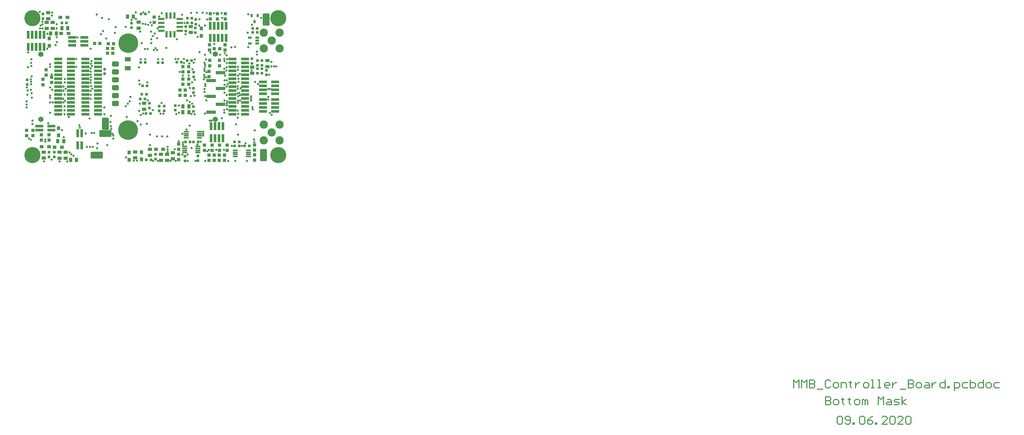
<source format=gbs>
G04*
G04 #@! TF.GenerationSoftware,Altium Limited,Altium Designer,20.1.11 (218)*
G04*
G04 Layer_Color=8150272*
%FSLAX25Y25*%
%MOIN*%
G70*
G04*
G04 #@! TF.SameCoordinates,26502B99-587C-4767-892E-7210AEBADD4C*
G04*
G04*
G04 #@! TF.FilePolarity,Negative*
G04*
G01*
G75*
%ADD17C,0.01200*%
G04:AMPARAMS|DCode=51|XSize=35.5mil|YSize=35.5mil|CornerRadius=6.72mil|HoleSize=0mil|Usage=FLASHONLY|Rotation=0.000|XOffset=0mil|YOffset=0mil|HoleType=Round|Shape=RoundedRectangle|*
%AMROUNDEDRECTD51*
21,1,0.03550,0.02205,0,0,0.0*
21,1,0.02205,0.03550,0,0,0.0*
1,1,0.01345,0.01102,-0.01102*
1,1,0.01345,-0.01102,-0.01102*
1,1,0.01345,-0.01102,0.01102*
1,1,0.01345,0.01102,0.01102*
%
%ADD51ROUNDEDRECTD51*%
G04:AMPARAMS|DCode=52|XSize=35.5mil|YSize=35.5mil|CornerRadius=6.72mil|HoleSize=0mil|Usage=FLASHONLY|Rotation=270.000|XOffset=0mil|YOffset=0mil|HoleType=Round|Shape=RoundedRectangle|*
%AMROUNDEDRECTD52*
21,1,0.03550,0.02205,0,0,270.0*
21,1,0.02205,0.03550,0,0,270.0*
1,1,0.01345,-0.01102,-0.01102*
1,1,0.01345,-0.01102,0.01102*
1,1,0.01345,0.01102,0.01102*
1,1,0.01345,0.01102,-0.01102*
%
%ADD52ROUNDEDRECTD52*%
%ADD59R,0.03943X0.04337*%
G04:AMPARAMS|DCode=64|XSize=55.18mil|YSize=39.43mil|CornerRadius=5.54mil|HoleSize=0mil|Usage=FLASHONLY|Rotation=0.000|XOffset=0mil|YOffset=0mil|HoleType=Round|Shape=RoundedRectangle|*
%AMROUNDEDRECTD64*
21,1,0.05518,0.02835,0,0,0.0*
21,1,0.04409,0.03943,0,0,0.0*
1,1,0.01109,0.02205,-0.01417*
1,1,0.01109,-0.02205,-0.01417*
1,1,0.01109,-0.02205,0.01417*
1,1,0.01109,0.02205,0.01417*
%
%ADD64ROUNDEDRECTD64*%
G04:AMPARAMS|DCode=65|XSize=55.18mil|YSize=39.43mil|CornerRadius=5.54mil|HoleSize=0mil|Usage=FLASHONLY|Rotation=270.000|XOffset=0mil|YOffset=0mil|HoleType=Round|Shape=RoundedRectangle|*
%AMROUNDEDRECTD65*
21,1,0.05518,0.02835,0,0,270.0*
21,1,0.04409,0.03943,0,0,270.0*
1,1,0.01109,-0.01417,-0.02205*
1,1,0.01109,-0.01417,0.02205*
1,1,0.01109,0.01417,0.02205*
1,1,0.01109,0.01417,-0.02205*
%
%ADD65ROUNDEDRECTD65*%
%ADD66R,0.03156X0.03943*%
%ADD67R,0.04928X0.04337*%
%ADD68R,0.04337X0.04928*%
%ADD69R,0.04337X0.03943*%
%ADD70R,0.07487X0.05518*%
%ADD74R,0.04731X0.02959*%
%ADD75C,0.10400*%
%ADD76C,0.06700*%
%ADD77C,0.20400*%
%ADD78C,0.24810*%
G04:AMPARAMS|DCode=79|XSize=89mil|YSize=64mil|CornerRadius=17mil|HoleSize=0mil|Usage=FLASHONLY|Rotation=180.000|XOffset=0mil|YOffset=0mil|HoleType=Round|Shape=RoundedRectangle|*
%AMROUNDEDRECTD79*
21,1,0.08900,0.03000,0,0,180.0*
21,1,0.05500,0.06400,0,0,180.0*
1,1,0.03400,-0.02750,0.01500*
1,1,0.03400,0.02750,0.01500*
1,1,0.03400,0.02750,-0.01500*
1,1,0.03400,-0.02750,-0.01500*
%
%ADD79ROUNDEDRECTD79*%
%ADD80C,0.02800*%
%ADD137R,0.09849X0.03353*%
%ADD138O,0.06699X0.01975*%
G04:AMPARAMS|DCode=139|XSize=154mil|YSize=84mil|CornerRadius=6mil|HoleSize=0mil|Usage=FLASHONLY|Rotation=90.000|XOffset=0mil|YOffset=0mil|HoleType=Round|Shape=RoundedRectangle|*
%AMROUNDEDRECTD139*
21,1,0.15400,0.07200,0,0,90.0*
21,1,0.14200,0.08400,0,0,90.0*
1,1,0.01200,0.03600,0.07100*
1,1,0.01200,0.03600,-0.07100*
1,1,0.01200,-0.03600,-0.07100*
1,1,0.01200,-0.03600,0.07100*
%
%ADD139ROUNDEDRECTD139*%
G04:AMPARAMS|DCode=140|XSize=82.74mil|YSize=27.62mil|CornerRadius=7.91mil|HoleSize=0mil|Usage=FLASHONLY|Rotation=0.000|XOffset=0mil|YOffset=0mil|HoleType=Round|Shape=RoundedRectangle|*
%AMROUNDEDRECTD140*
21,1,0.08274,0.01181,0,0,0.0*
21,1,0.06693,0.02762,0,0,0.0*
1,1,0.01581,0.03347,-0.00591*
1,1,0.01581,-0.03347,-0.00591*
1,1,0.01581,-0.03347,0.00591*
1,1,0.01581,0.03347,0.00591*
%
%ADD140ROUNDEDRECTD140*%
G04:AMPARAMS|DCode=141|XSize=82.74mil|YSize=27.62mil|CornerRadius=7.91mil|HoleSize=0mil|Usage=FLASHONLY|Rotation=270.000|XOffset=0mil|YOffset=0mil|HoleType=Round|Shape=RoundedRectangle|*
%AMROUNDEDRECTD141*
21,1,0.08274,0.01181,0,0,270.0*
21,1,0.06693,0.02762,0,0,270.0*
1,1,0.01581,-0.00591,-0.03347*
1,1,0.01581,-0.00591,0.03347*
1,1,0.01581,0.00591,0.03347*
1,1,0.01581,0.00591,-0.03347*
%
%ADD141ROUNDEDRECTD141*%
%ADD142R,0.03353X0.09849*%
%ADD143R,0.12211X0.04337*%
%ADD144R,0.10400X0.03300*%
G04:AMPARAMS|DCode=145|XSize=154mil|YSize=84mil|CornerRadius=6mil|HoleSize=0mil|Usage=FLASHONLY|Rotation=0.000|XOffset=0mil|YOffset=0mil|HoleType=Round|Shape=RoundedRectangle|*
%AMROUNDEDRECTD145*
21,1,0.15400,0.07200,0,0,0.0*
21,1,0.14200,0.08400,0,0,0.0*
1,1,0.01200,0.07100,-0.03600*
1,1,0.01200,-0.07100,-0.03600*
1,1,0.01200,-0.07100,0.03600*
1,1,0.01200,0.07100,0.03600*
%
%ADD145ROUNDEDRECTD145*%
D17*
X1015016Y-294278D02*
Y-304275D01*
X1020014D01*
X1021680Y-302609D01*
Y-300943D01*
X1020014Y-299276D01*
X1015016D01*
X1020014D01*
X1021680Y-297610D01*
Y-295944D01*
X1020014Y-294278D01*
X1015016D01*
X1026679Y-304275D02*
X1030011D01*
X1031677Y-302609D01*
Y-299276D01*
X1030011Y-297610D01*
X1026679D01*
X1025012Y-299276D01*
Y-302609D01*
X1026679Y-304275D01*
X1036675Y-295944D02*
Y-297610D01*
X1035009D01*
X1038342D01*
X1036675D01*
Y-302609D01*
X1038342Y-304275D01*
X1045006Y-295944D02*
Y-297610D01*
X1043340D01*
X1046672D01*
X1045006D01*
Y-302609D01*
X1046672Y-304275D01*
X1053337D02*
X1056669D01*
X1058335Y-302609D01*
Y-299276D01*
X1056669Y-297610D01*
X1053337D01*
X1051671Y-299276D01*
Y-302609D01*
X1053337Y-304275D01*
X1061667D02*
Y-297610D01*
X1063334D01*
X1065000Y-299276D01*
Y-304275D01*
Y-299276D01*
X1066666Y-297610D01*
X1068332Y-299276D01*
Y-304275D01*
X1081661D02*
Y-294278D01*
X1084993Y-297610D01*
X1088325Y-294278D01*
Y-304275D01*
X1093324Y-297610D02*
X1096656D01*
X1098322Y-299276D01*
Y-304275D01*
X1093324D01*
X1091658Y-302609D01*
X1093324Y-300943D01*
X1098322D01*
X1101654Y-304275D02*
X1106653D01*
X1108319Y-302609D01*
X1106653Y-300943D01*
X1103321D01*
X1101654Y-299276D01*
X1103321Y-297610D01*
X1108319D01*
X1111651Y-304275D02*
Y-294278D01*
Y-300943D02*
X1116650Y-297610D01*
X1111651Y-300943D02*
X1116650Y-304275D01*
X1029716Y-320444D02*
X1031382Y-318778D01*
X1034714D01*
X1036380Y-320444D01*
Y-327109D01*
X1034714Y-328775D01*
X1031382D01*
X1029716Y-327109D01*
Y-320444D01*
X1039713Y-327109D02*
X1041379Y-328775D01*
X1044711D01*
X1046377Y-327109D01*
Y-320444D01*
X1044711Y-318778D01*
X1041379D01*
X1039713Y-320444D01*
Y-322110D01*
X1041379Y-323776D01*
X1046377D01*
X1049709Y-328775D02*
Y-327109D01*
X1051375D01*
Y-328775D01*
X1049709D01*
X1058040Y-320444D02*
X1059706Y-318778D01*
X1063038D01*
X1064704Y-320444D01*
Y-327109D01*
X1063038Y-328775D01*
X1059706D01*
X1058040Y-327109D01*
Y-320444D01*
X1074701Y-318778D02*
X1071369Y-320444D01*
X1068037Y-323776D01*
Y-327109D01*
X1069703Y-328775D01*
X1073035D01*
X1074701Y-327109D01*
Y-325443D01*
X1073035Y-323776D01*
X1068037D01*
X1078034Y-328775D02*
Y-327109D01*
X1079700D01*
Y-328775D01*
X1078034D01*
X1093029D02*
X1086364D01*
X1093029Y-322110D01*
Y-320444D01*
X1091362Y-318778D01*
X1088030D01*
X1086364Y-320444D01*
X1096361D02*
X1098027Y-318778D01*
X1101359D01*
X1103025Y-320444D01*
Y-327109D01*
X1101359Y-328775D01*
X1098027D01*
X1096361Y-327109D01*
Y-320444D01*
X1113022Y-328775D02*
X1106358D01*
X1113022Y-322110D01*
Y-320444D01*
X1111356Y-318778D01*
X1108024D01*
X1106358Y-320444D01*
X1116354D02*
X1118021Y-318778D01*
X1121353D01*
X1123019Y-320444D01*
Y-327109D01*
X1121353Y-328775D01*
X1118021D01*
X1116354Y-327109D01*
Y-320444D01*
X974816Y-282875D02*
Y-272878D01*
X978148Y-276210D01*
X981480Y-272878D01*
Y-282875D01*
X984813D02*
Y-272878D01*
X988145Y-276210D01*
X991477Y-272878D01*
Y-282875D01*
X994809Y-272878D02*
Y-282875D01*
X999808D01*
X1001474Y-281209D01*
Y-279542D01*
X999808Y-277876D01*
X994809D01*
X999808D01*
X1001474Y-276210D01*
Y-274544D01*
X999808Y-272878D01*
X994809D01*
X1004806Y-284541D02*
X1011471D01*
X1021467Y-274544D02*
X1019801Y-272878D01*
X1016469D01*
X1014803Y-274544D01*
Y-281209D01*
X1016469Y-282875D01*
X1019801D01*
X1021467Y-281209D01*
X1026466Y-282875D02*
X1029798D01*
X1031464Y-281209D01*
Y-277876D01*
X1029798Y-276210D01*
X1026466D01*
X1024800Y-277876D01*
Y-281209D01*
X1026466Y-282875D01*
X1034796D02*
Y-276210D01*
X1039795D01*
X1041461Y-277876D01*
Y-282875D01*
X1046459Y-274544D02*
Y-276210D01*
X1044793D01*
X1048125D01*
X1046459D01*
Y-281209D01*
X1048125Y-282875D01*
X1053124Y-276210D02*
Y-282875D01*
Y-279542D01*
X1054790Y-277876D01*
X1056456Y-276210D01*
X1058122D01*
X1064787Y-282875D02*
X1068119D01*
X1069785Y-281209D01*
Y-277876D01*
X1068119Y-276210D01*
X1064787D01*
X1063121Y-277876D01*
Y-281209D01*
X1064787Y-282875D01*
X1073117D02*
X1076450D01*
X1074784D01*
Y-272878D01*
X1073117D01*
X1081448Y-282875D02*
X1084780D01*
X1083114D01*
Y-272878D01*
X1081448D01*
X1094777Y-282875D02*
X1091445D01*
X1089779Y-281209D01*
Y-277876D01*
X1091445Y-276210D01*
X1094777D01*
X1096443Y-277876D01*
Y-279542D01*
X1089779D01*
X1099775Y-276210D02*
Y-282875D01*
Y-279542D01*
X1101441Y-277876D01*
X1103108Y-276210D01*
X1104774D01*
X1109772Y-284541D02*
X1116437D01*
X1119769Y-272878D02*
Y-282875D01*
X1124767D01*
X1126433Y-281209D01*
Y-279542D01*
X1124767Y-277876D01*
X1119769D01*
X1124767D01*
X1126433Y-276210D01*
Y-274544D01*
X1124767Y-272878D01*
X1119769D01*
X1131432Y-282875D02*
X1134764D01*
X1136430Y-281209D01*
Y-277876D01*
X1134764Y-276210D01*
X1131432D01*
X1129766Y-277876D01*
Y-281209D01*
X1131432Y-282875D01*
X1141429Y-276210D02*
X1144761D01*
X1146427Y-277876D01*
Y-282875D01*
X1141429D01*
X1139762Y-281209D01*
X1141429Y-279542D01*
X1146427D01*
X1149759Y-276210D02*
Y-282875D01*
Y-279542D01*
X1151425Y-277876D01*
X1153092Y-276210D01*
X1154758D01*
X1166420Y-272878D02*
Y-282875D01*
X1161422D01*
X1159756Y-281209D01*
Y-277876D01*
X1161422Y-276210D01*
X1166420D01*
X1169753Y-282875D02*
Y-281209D01*
X1171419D01*
Y-282875D01*
X1169753D01*
X1178083Y-286207D02*
Y-276210D01*
X1183082D01*
X1184748Y-277876D01*
Y-281209D01*
X1183082Y-282875D01*
X1178083D01*
X1194745Y-276210D02*
X1189746D01*
X1188080Y-277876D01*
Y-281209D01*
X1189746Y-282875D01*
X1194745D01*
X1198077Y-272878D02*
Y-282875D01*
X1203075D01*
X1204741Y-281209D01*
Y-279542D01*
Y-277876D01*
X1203075Y-276210D01*
X1198077D01*
X1214738Y-272878D02*
Y-282875D01*
X1209740D01*
X1208074Y-281209D01*
Y-277876D01*
X1209740Y-276210D01*
X1214738D01*
X1219737Y-282875D02*
X1223069D01*
X1224735Y-281209D01*
Y-277876D01*
X1223069Y-276210D01*
X1219737D01*
X1218071Y-277876D01*
Y-281209D01*
X1219737Y-282875D01*
X1234732Y-276210D02*
X1229733D01*
X1228067Y-277876D01*
Y-281209D01*
X1229733Y-282875D01*
X1234732D01*
D51*
X215748Y110827D02*
D03*
Y116732D02*
D03*
X159843Y71457D02*
D03*
Y77362D02*
D03*
X215354Y90748D02*
D03*
Y96653D02*
D03*
X178347Y73819D02*
D03*
Y67913D02*
D03*
X213386Y185236D02*
D03*
Y179331D02*
D03*
X207874Y185236D02*
D03*
Y179331D02*
D03*
X205906Y174606D02*
D03*
Y168701D02*
D03*
X137008Y173031D02*
D03*
Y178937D02*
D03*
X192520Y74606D02*
D03*
Y68701D02*
D03*
X215354Y67126D02*
D03*
Y73032D02*
D03*
X172047Y67913D02*
D03*
Y73819D02*
D03*
X204724Y10433D02*
D03*
Y4528D02*
D03*
X221063Y10827D02*
D03*
Y4921D02*
D03*
X5118Y107087D02*
D03*
Y101181D02*
D03*
X103150Y114764D02*
D03*
Y120669D02*
D03*
X25197Y184449D02*
D03*
Y190354D02*
D03*
X32874Y15551D02*
D03*
Y9646D02*
D03*
X39567Y15551D02*
D03*
Y9646D02*
D03*
X167520Y12795D02*
D03*
Y6890D02*
D03*
X218504Y183465D02*
D03*
Y177559D02*
D03*
X217913Y172835D02*
D03*
Y166929D02*
D03*
X289567Y133858D02*
D03*
Y127953D02*
D03*
X302165Y131496D02*
D03*
Y125591D02*
D03*
X296457Y131496D02*
D03*
Y125591D02*
D03*
Y115354D02*
D03*
Y121260D02*
D03*
X302165Y115354D02*
D03*
Y121260D02*
D03*
X307874Y113386D02*
D03*
Y119291D02*
D03*
D52*
X149016Y190551D02*
D03*
X154921D02*
D03*
X194291Y129528D02*
D03*
X200197D02*
D03*
X161221Y64567D02*
D03*
X155315D02*
D03*
X148228Y82677D02*
D03*
X154134D02*
D03*
X154528Y129134D02*
D03*
X148622D02*
D03*
X170669Y128740D02*
D03*
X176575D02*
D03*
X221457Y28346D02*
D03*
X215551D02*
D03*
X205315D02*
D03*
X211221D02*
D03*
X150984Y99606D02*
D03*
X156890D02*
D03*
X213189Y131496D02*
D03*
X207283D02*
D03*
X267520Y28346D02*
D03*
X273425D02*
D03*
X286024Y23425D02*
D03*
X280118D02*
D03*
X267520D02*
D03*
X273425D02*
D03*
X150197Y88976D02*
D03*
X156102D02*
D03*
X54921Y179331D02*
D03*
X49016D02*
D03*
X155905Y5906D02*
D03*
X161811D02*
D03*
X290354Y167323D02*
D03*
X296260D02*
D03*
X290354Y172244D02*
D03*
X296260D02*
D03*
D59*
X248622Y146457D02*
D03*
X241929D02*
D03*
X97047Y153150D02*
D03*
X90354D02*
D03*
X114370Y152756D02*
D03*
X107677D02*
D03*
X113583Y146850D02*
D03*
X106890D02*
D03*
Y140945D02*
D03*
X113583D02*
D03*
D64*
X146063Y180118D02*
D03*
Y172638D02*
D03*
X153150Y77362D02*
D03*
Y69882D02*
D03*
X37402Y179724D02*
D03*
Y172244D02*
D03*
X29724Y179724D02*
D03*
Y172244D02*
D03*
X31890Y184646D02*
D03*
Y192126D02*
D03*
X26181Y15551D02*
D03*
Y8071D02*
D03*
X53740Y15354D02*
D03*
Y7874D02*
D03*
X46260Y15354D02*
D03*
Y7874D02*
D03*
X141929Y15945D02*
D03*
Y8465D02*
D03*
X160433Y19094D02*
D03*
Y11614D02*
D03*
X189567Y14764D02*
D03*
Y7283D02*
D03*
X174500Y12740D02*
D03*
Y5260D02*
D03*
X182000Y12740D02*
D03*
Y5260D02*
D03*
X212205Y174606D02*
D03*
Y167126D02*
D03*
X309000Y131480D02*
D03*
Y124000D02*
D03*
X289764Y115551D02*
D03*
Y123031D02*
D03*
D65*
X132087Y187008D02*
D03*
X139567D02*
D03*
X209646Y66142D02*
D03*
X202165D02*
D03*
X209646Y73622D02*
D03*
X202165D02*
D03*
X42126Y165945D02*
D03*
X34646D02*
D03*
X56496Y172638D02*
D03*
X49016D02*
D03*
X43898Y29528D02*
D03*
X51378D02*
D03*
X67520Y5906D02*
D03*
X60039D02*
D03*
D66*
X289173Y188583D02*
D03*
X296654D02*
D03*
X292913Y180709D02*
D03*
D67*
X57382Y165748D02*
D03*
X48130Y165748D02*
D03*
X46949Y186024D02*
D03*
X56201Y186024D02*
D03*
X23425Y22441D02*
D03*
X32677Y22441D02*
D03*
X49114Y21850D02*
D03*
X39862Y21850D02*
D03*
X177264Y19094D02*
D03*
X168012Y19094D02*
D03*
D68*
X33071Y159350D02*
D03*
X33071Y150098D02*
D03*
X44882Y45965D02*
D03*
X44882Y36713D02*
D03*
X134055Y15059D02*
D03*
X134055Y5807D02*
D03*
X149803Y6398D02*
D03*
X149803Y15650D02*
D03*
X225394Y162894D02*
D03*
X225394Y172146D02*
D03*
D69*
X201969Y101378D02*
D03*
Y108071D02*
D03*
X209449Y101378D02*
D03*
Y108071D02*
D03*
Y117126D02*
D03*
Y123819D02*
D03*
X201969Y117126D02*
D03*
Y123819D02*
D03*
X205118Y87598D02*
D03*
Y94291D02*
D03*
X198425Y87598D02*
D03*
Y94291D02*
D03*
X229528Y17717D02*
D03*
Y24409D02*
D03*
X235236Y11811D02*
D03*
Y5118D02*
D03*
X238976Y17717D02*
D03*
Y24409D02*
D03*
X248425Y17717D02*
D03*
Y24409D02*
D03*
X241732Y11811D02*
D03*
Y5118D02*
D03*
X258071Y17717D02*
D03*
Y24409D02*
D03*
X248228Y11811D02*
D03*
Y5118D02*
D03*
X254724Y11811D02*
D03*
Y5118D02*
D03*
X235630Y144882D02*
D03*
Y151575D02*
D03*
X236811Y184252D02*
D03*
Y190945D02*
D03*
X245866Y184252D02*
D03*
Y190945D02*
D03*
X255315Y144882D02*
D03*
Y151575D02*
D03*
X255906Y184252D02*
D03*
Y190945D02*
D03*
X196653Y12795D02*
D03*
Y6102D02*
D03*
Y19291D02*
D03*
Y25984D02*
D03*
X292913Y18307D02*
D03*
Y25000D02*
D03*
Y12205D02*
D03*
Y5512D02*
D03*
X248425Y125000D02*
D03*
Y131693D02*
D03*
X236221Y125000D02*
D03*
Y131693D02*
D03*
X235236Y111024D02*
D03*
Y117717D02*
D03*
X29134Y113189D02*
D03*
Y119882D02*
D03*
X25197Y100984D02*
D03*
Y107677D02*
D03*
X36024Y110630D02*
D03*
Y103937D02*
D03*
X23228Y37598D02*
D03*
Y30906D02*
D03*
X32874Y30906D02*
D03*
Y37598D02*
D03*
X4528Y43110D02*
D03*
Y36417D02*
D03*
X12402Y36417D02*
D03*
Y43110D02*
D03*
X165748Y186417D02*
D03*
Y179724D02*
D03*
D70*
X132500Y121791D02*
D03*
X132500Y133209D02*
D03*
D74*
X286811Y160630D02*
D03*
Y153150D02*
D03*
X296260D02*
D03*
Y156890D02*
D03*
Y160630D02*
D03*
D75*
X324370Y166890D02*
D03*
X324370Y146890D02*
D03*
X304370Y146890D02*
D03*
X304370Y166890D02*
D03*
X314370Y156890D02*
D03*
X324567Y50354D02*
D03*
X324567Y30354D02*
D03*
X304567Y30354D02*
D03*
X304567Y50354D02*
D03*
X314567Y40354D02*
D03*
D76*
X242973Y57215D02*
D03*
X242973Y139715D02*
D03*
X22441Y139567D02*
D03*
X22441Y57067D02*
D03*
D77*
X322835Y11811D02*
D03*
X11811Y185039D02*
D03*
Y11811D02*
D03*
X322835Y185039D02*
D03*
D78*
X132874Y43504D02*
D03*
X133071Y153543D02*
D03*
D79*
X116929Y77087D02*
D03*
Y87087D02*
D03*
Y97087D02*
D03*
Y107087D02*
D03*
Y117087D02*
D03*
Y127087D02*
D03*
D80*
X177362Y64173D02*
D03*
X314118Y124197D02*
D03*
X310236Y82284D02*
D03*
X320220Y124197D02*
D03*
X293504Y104528D02*
D03*
X288976Y119291D02*
D03*
X288500Y81000D02*
D03*
X310236Y85630D02*
D03*
X297047Y101969D02*
D03*
X213779Y103937D02*
D03*
X176378Y133071D02*
D03*
X148622D02*
D03*
X229509Y128900D02*
D03*
X203543Y128347D02*
D03*
X167520Y147047D02*
D03*
X147441Y101378D02*
D03*
X148630Y62559D02*
D03*
X162008Y153347D02*
D03*
X146500Y123000D02*
D03*
X217000Y63500D02*
D03*
X153937Y146063D02*
D03*
X230000Y124000D02*
D03*
Y126500D02*
D03*
X147835Y76772D02*
D03*
X193701Y63779D02*
D03*
X229500Y92000D02*
D03*
X163976Y162598D02*
D03*
X210827Y49016D02*
D03*
X217126Y107283D02*
D03*
X165551Y144882D02*
D03*
X230500Y102000D02*
D03*
X229000Y113500D02*
D03*
X146630Y106059D02*
D03*
X154331Y133071D02*
D03*
X146850Y67716D02*
D03*
X228762Y107692D02*
D03*
X209449Y112598D02*
D03*
X215748Y128740D02*
D03*
X134646Y79724D02*
D03*
X210630Y79134D02*
D03*
X201969Y112598D02*
D03*
X156299Y51378D02*
D03*
X229500Y121000D02*
D03*
X217126Y132874D02*
D03*
X192913Y133465D02*
D03*
X135827Y85630D02*
D03*
X210236Y127953D02*
D03*
X151772Y64370D02*
D03*
X173622Y64173D02*
D03*
X207480Y81102D02*
D03*
X230500Y99500D02*
D03*
X132283Y76968D02*
D03*
X197047Y65354D02*
D03*
X216929Y87205D02*
D03*
X169488Y144882D02*
D03*
X148819Y50591D02*
D03*
X212205Y86614D02*
D03*
X196063Y133465D02*
D03*
X170866Y133071D02*
D03*
X212992Y63779D02*
D03*
X229500Y95500D02*
D03*
X157283Y146063D02*
D03*
X181000Y147500D02*
D03*
X85433Y93307D02*
D03*
X87500Y96000D02*
D03*
X85630Y127559D02*
D03*
X87130Y124559D02*
D03*
X102630Y72059D02*
D03*
X169291Y35433D02*
D03*
X86130Y99059D02*
D03*
X85433Y83268D02*
D03*
X85500Y121500D02*
D03*
X85630Y110559D02*
D03*
X85500Y107000D02*
D03*
Y114000D02*
D03*
X86417Y130905D02*
D03*
X85433Y103347D02*
D03*
X85500Y117500D02*
D03*
X102630Y63559D02*
D03*
X84252Y58268D02*
D03*
X85433Y88189D02*
D03*
X198031Y117323D02*
D03*
X214173Y120472D02*
D03*
X220472Y25197D02*
D03*
X201969D02*
D03*
Y27953D02*
D03*
X224803Y28937D02*
D03*
X223228Y183858D02*
D03*
X222835Y175984D02*
D03*
X203937Y179134D02*
D03*
X205512Y164961D02*
D03*
X148031Y168307D02*
D03*
X129921Y174016D02*
D03*
X142913Y184252D02*
D03*
X142520Y192520D02*
D03*
X151579Y178276D02*
D03*
X151969Y192520D02*
D03*
X175591Y191535D02*
D03*
X137205Y182874D02*
D03*
X150000Y153500D02*
D03*
X162008Y158465D02*
D03*
X197244Y74508D02*
D03*
X210630Y96850D02*
D03*
X203543Y133465D02*
D03*
X157087Y103937D02*
D03*
X157874Y81102D02*
D03*
X175197Y77953D02*
D03*
X283000Y4500D02*
D03*
X268500D02*
D03*
X164173Y68898D02*
D03*
X213779Y76772D02*
D03*
X111417Y44882D02*
D03*
X112992Y38976D02*
D03*
X131102Y60236D02*
D03*
X144882Y54724D02*
D03*
X105118Y159449D02*
D03*
X98425Y164961D02*
D03*
X106299Y24409D02*
D03*
X281496Y26772D02*
D03*
X264173Y23622D02*
D03*
X219685Y192126D02*
D03*
X170079Y172047D02*
D03*
X194488Y158661D02*
D03*
X169291Y159843D02*
D03*
X161024Y179921D02*
D03*
X162795Y176181D02*
D03*
X68626Y160780D02*
D03*
X85433Y146457D02*
D03*
X30315D02*
D03*
X34252Y126772D02*
D03*
Y123622D02*
D03*
X40945Y151181D02*
D03*
X42634Y154724D02*
D03*
X42520Y161024D02*
D03*
X6299Y141929D02*
D03*
X10236Y128347D02*
D03*
X10433Y133268D02*
D03*
Y124409D02*
D03*
X154724Y177559D02*
D03*
X9843Y94488D02*
D03*
X10630Y90157D02*
D03*
X9843Y107874D02*
D03*
X10630Y111417D02*
D03*
X5512Y88189D02*
D03*
X5906Y93701D02*
D03*
X10236Y101575D02*
D03*
Y104724D02*
D03*
X34252Y78347D02*
D03*
X161614Y168307D02*
D03*
X166339Y165748D02*
D03*
X158071Y176969D02*
D03*
X223228Y142126D02*
D03*
X230500Y86500D02*
D03*
X4331Y75984D02*
D03*
Y79921D02*
D03*
Y72047D02*
D03*
X11811Y55512D02*
D03*
X159055Y192717D02*
D03*
X312598Y95669D02*
D03*
X254330Y133464D02*
D03*
X230000Y139000D02*
D03*
X257480Y122835D02*
D03*
X89764Y39764D02*
D03*
X86673Y39823D02*
D03*
X272418Y104522D02*
D03*
X272441Y108661D02*
D03*
X290551Y69685D02*
D03*
X9843Y31102D02*
D03*
X51126Y78539D02*
D03*
X4921Y97638D02*
D03*
X208000Y4500D02*
D03*
X191929Y19094D02*
D03*
X201500Y12500D02*
D03*
X31630Y52059D02*
D03*
X34252Y65354D02*
D03*
X93000Y190000D02*
D03*
X49000Y43500D02*
D03*
X269500Y51000D02*
D03*
X236000Y55500D02*
D03*
X238500D02*
D03*
X258000Y70000D02*
D03*
X22000Y176000D02*
D03*
X292000Y32000D02*
D03*
X292500Y28500D02*
D03*
X37402Y78347D02*
D03*
X53126Y80539D02*
D03*
X71653Y46654D02*
D03*
X34252Y84449D02*
D03*
X170500Y4500D02*
D03*
X164500D02*
D03*
X140000Y5000D02*
D03*
X144000D02*
D03*
X218000Y4500D02*
D03*
X230500D02*
D03*
X259500D02*
D03*
X52653Y103791D02*
D03*
X53653Y95791D02*
D03*
X51126Y98539D02*
D03*
Y93539D02*
D03*
X52291Y88425D02*
D03*
X50626Y83039D02*
D03*
X52291Y73465D02*
D03*
Y68543D02*
D03*
X57653Y60291D02*
D03*
X52291Y63425D02*
D03*
X71260Y49409D02*
D03*
X231523Y110023D02*
D03*
X229100Y110900D02*
D03*
X63779Y10827D02*
D03*
X61221Y12992D02*
D03*
X230000Y64500D02*
D03*
X231823Y116808D02*
D03*
X229500Y118500D02*
D03*
X231500Y133000D02*
D03*
X258000Y80000D02*
D03*
X275000Y96500D02*
D03*
X271500Y99000D02*
D03*
X273500Y90500D02*
D03*
X271000Y90000D02*
D03*
X271500Y96000D02*
D03*
X268110Y148819D02*
D03*
X274500Y88000D02*
D03*
X255000Y141000D02*
D03*
X249000Y139000D02*
D03*
X227756Y41535D02*
D03*
X274500Y81000D02*
D03*
X271850Y78149D02*
D03*
X271850Y80709D02*
D03*
X272047Y86417D02*
D03*
X271457Y68307D02*
D03*
X254921Y90945D02*
D03*
X257480Y98425D02*
D03*
X254724Y106496D02*
D03*
X257283Y87992D02*
D03*
X258268Y101575D02*
D03*
X254921Y100984D02*
D03*
X251500Y58500D02*
D03*
X11811Y51181D02*
D03*
X108500Y184000D02*
D03*
X220630Y161559D02*
D03*
X232630Y183559D02*
D03*
X251630Y185559D02*
D03*
X284630Y190059D02*
D03*
X6027Y123252D02*
D03*
X67126Y133539D02*
D03*
Y123539D02*
D03*
X52653Y108291D02*
D03*
X293027Y43252D02*
D03*
X271527Y59252D02*
D03*
X160500Y24500D02*
D03*
Y38000D02*
D03*
X311000Y113500D02*
D03*
X208000Y12500D02*
D03*
X284612Y148425D02*
D03*
X317268Y124197D02*
D03*
X233000Y17000D02*
D03*
X235000Y18500D02*
D03*
X244500D02*
D03*
X254000D02*
D03*
X213000Y21000D02*
D03*
X34252Y87008D02*
D03*
X257677Y77362D02*
D03*
X254724Y80905D02*
D03*
X257677Y74803D02*
D03*
X182874Y18701D02*
D03*
X111221Y48031D02*
D03*
X110433Y53740D02*
D03*
X129724Y73819D02*
D03*
X257000Y119000D02*
D03*
X254528Y121063D02*
D03*
X254724Y130709D02*
D03*
X258071Y133268D02*
D03*
X271654Y112598D02*
D03*
X24409Y172047D02*
D03*
Y177559D02*
D03*
Y180709D02*
D03*
X193000Y4500D02*
D03*
X186500D02*
D03*
X182874Y15748D02*
D03*
X130000Y9000D02*
D03*
X288500Y83500D02*
D03*
X288527Y86252D02*
D03*
X314118Y129905D02*
D03*
X254500Y65500D02*
D03*
Y69000D02*
D03*
X251000Y191500D02*
D03*
X232500D02*
D03*
X241500D02*
D03*
X212500Y192000D02*
D03*
X274016Y114370D02*
D03*
X271654Y123425D02*
D03*
X310039Y95669D02*
D03*
X301000Y185500D02*
D03*
X34252Y97441D02*
D03*
X257527Y138252D02*
D03*
X11024Y84449D02*
D03*
X27953Y28937D02*
D03*
Y31496D02*
D03*
X114173Y32874D02*
D03*
X314370Y62992D02*
D03*
X312008Y65158D02*
D03*
X272047Y63779D02*
D03*
X36614Y192126D02*
D03*
X114173Y36417D02*
D03*
X257874Y106496D02*
D03*
X237008Y141535D02*
D03*
X255315Y112402D02*
D03*
X182874Y22244D02*
D03*
X196653Y29134D02*
D03*
X99606Y185433D02*
D03*
X101181Y168701D02*
D03*
X115945Y166535D02*
D03*
X36024Y113976D02*
D03*
X7283Y32874D02*
D03*
X227756Y36417D02*
D03*
Y38976D02*
D03*
X231693Y81102D02*
D03*
X201575Y38976D02*
D03*
X206693Y44291D02*
D03*
X284252Y166929D02*
D03*
X241929Y152559D02*
D03*
X94094Y26378D02*
D03*
X78937Y39173D02*
D03*
X271654Y119685D02*
D03*
X257874Y128543D02*
D03*
X290158Y72441D02*
D03*
X289370Y176772D02*
D03*
X295669Y139173D02*
D03*
X36614Y94488D02*
D03*
X111024Y61614D02*
D03*
X175787Y35433D02*
D03*
X182283D02*
D03*
X271850Y37992D02*
D03*
X295669Y142717D02*
D03*
X263386Y148031D02*
D03*
X55905Y3740D02*
D03*
X51575Y34449D02*
D03*
X26378Y3937D02*
D03*
X36220Y6102D02*
D03*
X46063Y3740D02*
D03*
X58661Y15157D02*
D03*
X21260Y193110D02*
D03*
X42520Y177559D02*
D03*
Y172047D02*
D03*
X21457D02*
D03*
X36417Y188386D02*
D03*
X30906Y165551D02*
D03*
X226969Y192126D02*
D03*
X200984Y189370D02*
D03*
X230118Y175787D02*
D03*
X172244Y187205D02*
D03*
X276772Y23425D02*
D03*
X117126Y173819D02*
D03*
X80905Y22047D02*
D03*
X88583Y22244D02*
D03*
X84646D02*
D03*
X93504Y20669D02*
D03*
D137*
X77362Y160906D02*
D03*
Y155905D02*
D03*
X62008Y160906D02*
D03*
Y155905D02*
D03*
Y150906D02*
D03*
X77362D02*
D03*
X303346Y89567D02*
D03*
Y94567D02*
D03*
Y99567D02*
D03*
X318701Y89567D02*
D03*
Y94567D02*
D03*
Y99567D02*
D03*
X303346Y104567D02*
D03*
X318701D02*
D03*
X35827Y48366D02*
D03*
X20472D02*
D03*
X35827Y43366D02*
D03*
X20472D02*
D03*
X318701Y82303D02*
D03*
Y77303D02*
D03*
Y72303D02*
D03*
X303346Y82303D02*
D03*
Y77303D02*
D03*
Y72303D02*
D03*
X318701Y67303D02*
D03*
X303346D02*
D03*
D138*
X223031Y41535D02*
D03*
Y38976D02*
D03*
Y36417D02*
D03*
Y33858D02*
D03*
X206496Y41535D02*
D03*
Y38976D02*
D03*
Y36417D02*
D03*
Y33858D02*
D03*
X221063Y22736D02*
D03*
Y20177D02*
D03*
Y17618D02*
D03*
Y15059D02*
D03*
X204528Y22736D02*
D03*
Y20177D02*
D03*
Y17618D02*
D03*
Y15059D02*
D03*
X268504Y10138D02*
D03*
Y12697D02*
D03*
Y15256D02*
D03*
Y17815D02*
D03*
X285039Y10138D02*
D03*
Y12697D02*
D03*
Y15256D02*
D03*
Y17815D02*
D03*
D139*
X307283Y183661D02*
D03*
X103937Y51575D02*
D03*
X304000Y12000D02*
D03*
D140*
X174606Y169272D02*
D03*
Y174272D02*
D03*
Y179272D02*
D03*
Y184272D02*
D03*
X198228D02*
D03*
Y179272D02*
D03*
Y174272D02*
D03*
Y169272D02*
D03*
D141*
X181417Y188583D02*
D03*
X186417D02*
D03*
X191417D02*
D03*
Y164961D02*
D03*
X186417D02*
D03*
X181417D02*
D03*
D142*
X256850Y160236D02*
D03*
X251850D02*
D03*
X256850Y175591D02*
D03*
X251850D02*
D03*
X236850D02*
D03*
Y160236D02*
D03*
X241850Y175591D02*
D03*
X246850D02*
D03*
X241850Y160236D02*
D03*
X246850D02*
D03*
X74154Y24016D02*
D03*
Y39370D02*
D03*
X69153Y24016D02*
D03*
Y39370D02*
D03*
X252776Y33071D02*
D03*
X247776D02*
D03*
X242776D02*
D03*
X252776Y48425D02*
D03*
X247776D02*
D03*
X242776D02*
D03*
X237776Y33071D02*
D03*
Y48425D02*
D03*
X26339Y148819D02*
D03*
X21339D02*
D03*
X26339Y164173D02*
D03*
X21339D02*
D03*
X6339D02*
D03*
Y148819D02*
D03*
X11339Y164173D02*
D03*
X16339D02*
D03*
X11339Y148819D02*
D03*
X16339D02*
D03*
D143*
X249606Y96339D02*
D03*
X237795Y86339D02*
D03*
X249606Y76339D02*
D03*
X237795Y66339D02*
D03*
Y106339D02*
D03*
X249606Y116339D02*
D03*
D144*
X78614Y113425D02*
D03*
Y123425D02*
D03*
X94614D02*
D03*
X78614Y133425D02*
D03*
X94614D02*
D03*
X78614Y118425D02*
D03*
X94614D02*
D03*
X78614Y128425D02*
D03*
X94614D02*
D03*
Y113425D02*
D03*
Y88425D02*
D03*
Y103425D02*
D03*
X78614D02*
D03*
X94614Y93425D02*
D03*
X78614D02*
D03*
X94614Y108425D02*
D03*
X78614D02*
D03*
X94614Y98425D02*
D03*
X78614D02*
D03*
Y88425D02*
D03*
Y63425D02*
D03*
Y73425D02*
D03*
X94614D02*
D03*
X78614Y83425D02*
D03*
X94614D02*
D03*
X78614Y68425D02*
D03*
X94614D02*
D03*
X78614Y78425D02*
D03*
X94614D02*
D03*
Y63425D02*
D03*
X264835Y113425D02*
D03*
Y123425D02*
D03*
X280835D02*
D03*
X264835Y133425D02*
D03*
X280835D02*
D03*
X264835Y118425D02*
D03*
X280835D02*
D03*
X264835Y128425D02*
D03*
X280835D02*
D03*
Y113425D02*
D03*
Y88425D02*
D03*
Y103425D02*
D03*
X264835D02*
D03*
X280835Y93425D02*
D03*
X264835D02*
D03*
X280835Y108425D02*
D03*
X264835D02*
D03*
X280835Y98425D02*
D03*
X264835D02*
D03*
Y88425D02*
D03*
Y63425D02*
D03*
Y73425D02*
D03*
X280835D02*
D03*
X264835Y83425D02*
D03*
X280835D02*
D03*
X264835Y68425D02*
D03*
X280835D02*
D03*
X264835Y78425D02*
D03*
X280835D02*
D03*
Y63425D02*
D03*
X44488Y113465D02*
D03*
Y123465D02*
D03*
X60488D02*
D03*
X44488Y133465D02*
D03*
X60488D02*
D03*
X44488Y118465D02*
D03*
X60488D02*
D03*
X44488Y128465D02*
D03*
X60488D02*
D03*
Y113465D02*
D03*
Y88465D02*
D03*
Y103465D02*
D03*
X44488D02*
D03*
X60488Y93465D02*
D03*
X44488D02*
D03*
X60488Y108465D02*
D03*
X44488D02*
D03*
X60488Y98465D02*
D03*
X44488D02*
D03*
Y88465D02*
D03*
Y63465D02*
D03*
Y73465D02*
D03*
X60488D02*
D03*
X44488Y83465D02*
D03*
X60488D02*
D03*
X44488Y68465D02*
D03*
X60488D02*
D03*
X44488Y78465D02*
D03*
X60488D02*
D03*
Y63465D02*
D03*
D145*
X103937Y39173D02*
D03*
X93000Y12000D02*
D03*
M02*

</source>
